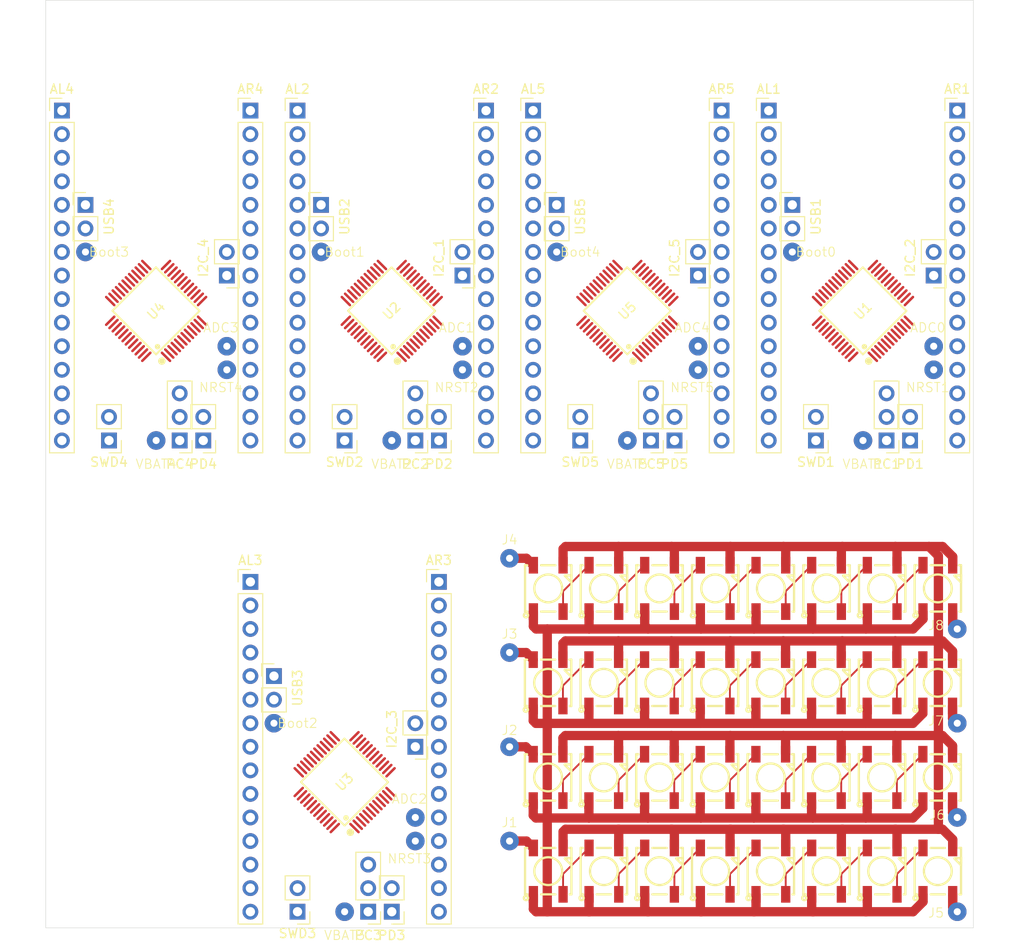
<source format=kicad_pcb>
(kicad_pcb (version 20240108) (generator "pcbnew") (generator_version "8.0")
  (layers (0 "F.Cu" jumper) (31 "B.Cu" signal) (34 "B.Paste" user) (35 "F.Paste" user) (36 "B.SilkS" user "B.Silkscreen") (37 "F.SilkS" user "F.Silkscreen") (38 "B.Mask" user) (39 "F.Mask" user) (44 "Edge.Cuts" user))
  (net 0 "")
  (net 1 "+3.3V")
  (net 2 "/leds3/DO")
  (net 3 "/leds2/DO")
  (net 4 "/leds1/DO")
  (net 5 "/leds0/DO")
  (net 6 "Net-(LED1-DO)")
  (net 7 "GND")
  (net 8 "Net-(LED2-DO)")
  (net 9 "Net-(LED3-DO)")
  (net 10 "Net-(LED4-DO)")
  (net 11 "Net-(LED5-DO)")
  (net 12 "Net-(LED6-DO)")
  (net 13 "Net-(LED7-DO)")
  (net 14 "Net-(LED10-DI)")
  (net 15 "Net-(LED10-DO)")
  (net 16 "Net-(LED11-DO)")
  (net 17 "Net-(LED12-DO)")
  (net 18 "Net-(LED13-DO)")
  (net 19 "Net-(LED14-DO)")
  (net 20 "Net-(LED15-DO)")
  (net 21 "Net-(LED17-DO)")
  (net 22 "Net-(LED18-DO)")
  (net 23 "Net-(LED19-DO)")
  (net 24 "Net-(LED20-DO)")
  (net 25 "Net-(LED21-DO)")
  (net 26 "Net-(LED22-DO)")
  (net 27 "Net-(LED23-DO)")
  (net 28 "Net-(LED25-DO)")
  (net 29 "Net-(LED26-DO)")
  (net 30 "Net-(LED27-DO)")
  (net 31 "Net-(LED28-DO)")
  (net 32 "Net-(LED29-DO)")
  (net 33 "Net-(LED30-DO)")
  (net 34 "Net-(LED31-DO)")
  (net 35 "/leds3/DI")
  (net 36 "/leds2/DI")
  (net 37 "/leds1/DI")
  (net 38 "/leds0/DI")
  (net 39 "Net-(ADC1-Pin_1)")
  (net 40 "Net-(ADC2-Pin_1)")
  (net 41 "Net-(ADC3-Pin_1)")
  (net 42 "Net-(ADC4-Pin_1)")
  (net 43 "/stm32pill/Vin")
  (net 44 "Net-(AL2-Pin_13)")
  (net 45 "Net-(AL2-Pin_11)")
  (net 46 "Net-(AL2-Pin_1)")
  (net 47 "Net-(AL2-Pin_4)")
  (net 48 "Net-(AL2-Pin_3)")
  (net 49 "/stm32pill1/Vin")
  (net 50 "Net-(AL2-Pin_10)")
  (net 51 "Net-(AL2-Pin_9)")
  (net 52 "Net-(AL2-Pin_7)")
  (net 53 "Net-(AL2-Pin_5)")
  (net 54 "Net-(AL2-Pin_8)")
  (net 55 "Net-(AL2-Pin_6)")
  (net 56 "Net-(AL3-Pin_7)")
  (net 57 "Net-(AL3-Pin_9)")
  (net 58 "Net-(AL3-Pin_8)")
  (net 59 "Net-(AL3-Pin_11)")
  (net 60 "Net-(AL3-Pin_13)")
  (net 61 "Net-(AL3-Pin_4)")
  (net 62 "Net-(AL3-Pin_10)")
  (net 63 "Net-(AL3-Pin_1)")
  (net 64 "Net-(AL3-Pin_3)")
  (net 65 "/stm32pill2/Vin")
  (net 66 "Net-(AL3-Pin_5)")
  (net 67 "Net-(AL3-Pin_6)")
  (net 68 "Net-(AL4-Pin_3)")
  (net 69 "Net-(AL4-Pin_7)")
  (net 70 "Net-(AL4-Pin_4)")
  (net 71 "/stm32pill3/Vin")
  (net 72 "Net-(AL4-Pin_6)")
  (net 73 "Net-(AL4-Pin_11)")
  (net 74 "Net-(AL4-Pin_9)")
  (net 75 "Net-(AL4-Pin_5)")
  (net 76 "Net-(AL4-Pin_13)")
  (net 77 "Net-(AL4-Pin_10)")
  (net 78 "Net-(AL4-Pin_8)")
  (net 79 "Net-(AL4-Pin_1)")
  (net 80 "Net-(AL5-Pin_9)")
  (net 81 "/stm32pill4/Vin")
  (net 82 "Net-(AL5-Pin_4)")
  (net 83 "Net-(AL5-Pin_6)")
  (net 84 "Net-(AL5-Pin_11)")
  (net 85 "Net-(AL5-Pin_5)")
  (net 86 "Net-(AL5-Pin_13)")
  (net 87 "Net-(AL5-Pin_1)")
  (net 88 "Net-(AL5-Pin_8)")
  (net 89 "Net-(AL5-Pin_7)")
  (net 90 "Net-(AL5-Pin_3)")
  (net 91 "Net-(AL5-Pin_10)")
  (net 92 "Net-(AR2-Pin_14)")
  (net 93 "Net-(AR2-Pin_8)")
  (net 94 "Net-(AR2-Pin_9)")
  (net 95 "Net-(AR2-Pin_2)")
  (net 96 "Net-(AR2-Pin_1)")
  (net 97 "Net-(AR2-Pin_3)")
  (net 98 "Net-(AR2-Pin_7)")
  (net 99 "Net-(AR2-Pin_5)")
  (net 100 "Net-(AR2-Pin_10)")
  (net 101 "Net-(AR2-Pin_6)")
  (net 102 "Net-(AR2-Pin_15)")
  (net 103 "Net-(AR2-Pin_13)")
  (net 104 "Net-(AR2-Pin_4)")
  (net 105 "Net-(AR2-Pin_11)")
  (net 106 "Net-(AR3-Pin_7)")
  (net 107 "Net-(AR3-Pin_2)")
  (net 108 "Net-(AR3-Pin_4)")
  (net 109 "Net-(AR3-Pin_1)")
  (net 110 "Net-(AR3-Pin_8)")
  (net 111 "Net-(AR3-Pin_5)")
  (net 112 "Net-(AR3-Pin_13)")
  (net 113 "Net-(AR3-Pin_6)")
  (net 114 "Net-(AR3-Pin_10)")
  (net 115 "Net-(AR3-Pin_15)")
  (net 116 "Net-(AR3-Pin_9)")
  (net 117 "Net-(AR3-Pin_14)")
  (net 118 "Net-(AR3-Pin_3)")
  (net 119 "Net-(AR3-Pin_11)")
  (net 120 "Net-(AR4-Pin_9)")
  (net 121 "Net-(AR4-Pin_4)")
  (net 122 "Net-(AR4-Pin_10)")
  (net 123 "Net-(AR4-Pin_14)")
  (net 124 "Net-(AR4-Pin_13)")
  (net 125 "Net-(AR4-Pin_7)")
  (net 126 "Net-(AR4-Pin_5)")
  (net 127 "Net-(AR4-Pin_3)")
  (net 128 "Net-(AR4-Pin_8)")
  (net 129 "Net-(AR4-Pin_15)")
  (net 130 "Net-(AR4-Pin_11)")
  (net 131 "Net-(AR4-Pin_2)")
  (net 132 "Net-(AR4-Pin_1)")
  (net 133 "Net-(AR4-Pin_6)")
  (net 134 "Net-(AR5-Pin_11)")
  (net 135 "Net-(AR5-Pin_9)")
  (net 136 "Net-(AR5-Pin_5)")
  (net 137 "Net-(AR5-Pin_10)")
  (net 138 "Net-(AR5-Pin_14)")
  (net 139 "Net-(AR5-Pin_2)")
  (net 140 "Net-(AR5-Pin_15)")
  (net 141 "Net-(AR5-Pin_4)")
  (net 142 "Net-(AR5-Pin_3)")
  (net 143 "Net-(AR5-Pin_8)")
  (net 144 "Net-(AR5-Pin_1)")
  (net 145 "Net-(AR5-Pin_7)")
  (net 146 "Net-(AR5-Pin_6)")
  (net 147 "Net-(AR5-Pin_13)")
  (net 148 "/stm32pill/Boot0")
  (net 149 "/stm32pill1/Boot0")
  (net 150 "/stm32pill2/Boot0")
  (net 151 "/stm32pill3/Boot0")
  (net 152 "/stm32pill4/Boot0")
  (net 153 "/stm32pill1/SDA")
  (net 154 "/stm32pill1/SCL")
  (net 155 "/stm32pill/SCL")
  (net 156 "/stm32pill/SDA")
  (net 157 "/stm32pill2/SCL")
  (net 158 "/stm32pill2/SDA")
  (net 159 "/stm32pill3/SCL")
  (net 160 "/stm32pill3/SDA")
  (net 161 "/stm32pill4/SCL")
  (net 162 "/stm32pill4/SDA")
  (net 163 "Net-(NRST2-Pin_1)")
  (net 164 "Net-(NRST3-Pin_1)")
  (net 165 "Net-(NRST4-Pin_1)")
  (net 166 "Net-(NRST5-Pin_1)")
  (net 167 "Net-(PC2-Pin_3)")
  (net 168 "Net-(PC2-Pin_1)")
  (net 169 "Net-(PC2-Pin_2)")
  (net 170 "Net-(PC3-Pin_2)")
  (net 171 "Net-(PC3-Pin_1)")
  (net 172 "Net-(PC3-Pin_3)")
  (net 173 "Net-(PC4-Pin_3)")
  (net 174 "Net-(PC4-Pin_1)")
  (net 175 "Net-(PC4-Pin_2)")
  (net 176 "Net-(PC5-Pin_3)")
  (net 177 "Net-(PC5-Pin_1)")
  (net 178 "Net-(PC5-Pin_2)")
  (net 179 "Net-(PD2-Pin_2)")
  (net 180 "Net-(PD2-Pin_1)")
  (net 181 "Net-(PD3-Pin_2)")
  (net 182 "Net-(PD3-Pin_1)")
  (net 183 "Net-(PD4-Pin_2)")
  (net 184 "Net-(PD4-Pin_1)")
  (net 185 "Net-(PD5-Pin_2)")
  (net 186 "Net-(PD5-Pin_1)")
  (net 187 "Net-(SWD2-Pin_1)")
  (net 188 "Net-(SWD2-Pin_2)")
  (net 189 "Net-(SWD3-Pin_1)")
  (net 190 "Net-(SWD3-Pin_2)")
  (net 191 "Net-(SWD4-Pin_1)")
  (net 192 "Net-(SWD4-Pin_2)")
  (net 193 "Net-(SWD5-Pin_2)")
  (net 194 "Net-(SWD5-Pin_1)")
  (net 195 "/stm32pill/USBD-")
  (net 196 "/stm32pill/USBD+")
  (net 197 "/stm32pill1/USBD-")
  (net 198 "/stm32pill1/USBD+")
  (net 199 "Net-(U2-VBAT)")
  (net 200 "/stm32pill2/USBD+")
  (net 201 "Net-(U3-VBAT)")
  (net 202 "/stm32pill2/USBD-")
  (net 203 "/stm32pill3/USBD+")
  (net 204 "Net-(U4-VBAT)")
  (net 205 "/stm32pill3/USBD-")
  (net 206 "Net-(U5-VBAT)")
  (net 207 "/stm32pill4/USBD-")
  (net 208 "/stm32pill4/USBD+")
  (footprint "Connector_PinHeader_2.54mm:PinHeader_1x02_P2.54mm_Vertical" (layer "F.Cu") (at 78.74 119.38 180)
    (property "Reference" "I2C_3")
    (property "Value" "I2C_2")
  )
  (footprint "Connector_PinHeader_2.54mm:PinHeader_1x02_P2.54mm_Vertical" (layer "F.Cu") (at 76.2 137.16 180)
    (property "Reference" "PD3")
    (property "Value" "PD")
  )
  (footprint "jlcpcb:LED-SMD_4P-L5.0-W5.0-TL-1" (layer "F.Cu") (at 105.0675 102.305 90)
    (property "Reference" "LED3" (hide yes))
    (property "Value" "WS2812B")
  )
  (footprint "base:PTH" (layer "F.Cu") (at 137.16 127)
    (property "Reference" "J6")
    (property "Value" "LEDs DO")
  )
  (footprint "Connector_PinHeader_2.54mm:PinHeader_1x15_P2.54mm_Vertical" (layer "F.Cu") (at 111.76 50.8)
    (property "Reference" "AR5")
    (property "Value" "Arduino Right Pins")
  )
  (footprint "jlcpcb:LQFP-48_L7.0-W7.0-P0.50-LS9.0-BL" (layer "F.Cu") (at 50.8 72.39 45)
    (property "Reference" "U4")
    (property "Value" "STM32F103C8T6" (hide yes))
  )
  (footprint "jlcpcb:LED-SMD_4P-L5.0-W5.0-TL-1" (layer "F.Cu") (at 117.0675 132.785 90)
    (property "Reference" "LED29" (hide yes))
    (property "Value" "WS2812B")
  )
  (footprint "Connector_PinHeader_2.54mm:PinHeader_1x02_P2.54mm_Vertical" (layer "F.Cu") (at 71.12 86.36 180)
    (property "Reference" "SWD2")
    (property "Value" "SWD")
  )
  (footprint "base:PTH" (layer "F.Cu") (at 137.16 116.84)
    (property "Reference" "J7")
    (property "Value" "LEDs DO")
  )
  (footprint "base:PTH" (layer "F.Cu") (at 68.58 66.04)
    (property "Reference" "Boot1")
    (property "Value" "Boot0")
  )
  (footprint "base:PTH" (layer "F.Cu") (at 109.22 78.74)
    (property "Reference" "NRST5")
    (property "Value" "NRST")
  )
  (footprint "jlcpcb:LED-SMD_4P-L5.0-W5.0-TL-1" (layer "F.Cu") (at 93.052 122.682 90)
    (property "Reference" "LED17" (hide yes))
    (property "Value" "WS2812B" (hide yes))
  )
  (footprint "jlcpcb:LED-SMD_4P-L5.0-W5.0-TL-1" (layer "F.Cu") (at 123.052 122.682 90)
    (property "Reference" "LED22" (hide yes))
    (property "Value" "WS2812B")
  )
  (footprint "jlcpcb:LED-SMD_4P-L5.0-W5.0-TL-1" (layer "F.Cu") (at 105.052 112.482 90)
    (property "Reference" "LED11" (hide yes))
    (property "Value" "WS2812B")
  )
  (footprint "jlcpcb:LQFP-48_L7.0-W7.0-P0.50-LS9.0-BL" (layer "F.Cu") (at 127 72.39 45)
    (property "Reference" "U1")
    (property "Value" "STM32F103C8T6" (hide yes))
  )
  (footprint "jlcpcb:LED-SMD_4P-L5.0-W5.0-TL-1" (layer "F.Cu") (at 123.0675 102.305 90)
    (property "Reference" "LED6" (hide yes))
    (property "Value" "WS2812B")
  )
  (footprint "base:PTH" (layer "F.Cu") (at 71.12 137.16)
    (property "Reference" "VBAT3")
    (property "Value" "VBAT")
  )
  (footprint "base:PTH" (layer "F.Cu") (at 101.6 86.36)
    (property "Reference" "VBAT5")
    (property "Value" "VBAT")
  )
  (footprint "jlcpcb:LED-SMD_4P-L5.0-W5.0-TL-1" (layer "F.Cu") (at 135.052 112.482 90)
    (property "Reference" "LED16" (hide yes))
    (property "Value" "WS2812B")
  )
  (footprint "Connector_PinHeader_2.54mm:PinHeader_1x03_P2.54mm_Vertical" (layer "F.Cu") (at 104.14 86.36 180)
    (property "Reference" "PC5")
    (property "Value" "PC")
  )
  (footprint "jlcpcb:LED-SMD_4P-L5.0-W5.0-TL-1" (layer "F.Cu") (at 99.0675 102.305 90)
    (property "Reference" "LED2" (hide yes))
    (property "Value" "WS2812B")
  )
  (footprint "base:PTH" (layer "F.Cu") (at 93.98 66.04)
    (property "Reference" "Boot4")
    (property "Value" "Boot0")
  )
  (footprint "Connector_PinHeader_2.54mm:PinHeader_1x02_P2.54mm_Vertical" (layer "F.Cu") (at 45.72 86.36 180)
    (property "Reference" "SWD4")
    (property "Value" "SWD")
  )
  (footprint "Connector_PinHeader_2.54mm:PinHeader_1x15_P2.54mm_Vertical" (layer "F.Cu") (at 60.96 50.8)
    (property "Reference" "AR4")
    (property "Value" "Arduino Right Pins")
  )
  (footprint "jlcpcb:LED-SMD_4P-L5.0-W5.0-TL-1" (layer "F.Cu") (at 99.052 112.482 90)
    (property "Reference" "LED10" (hide yes))
    (property "Value" "WS2812B")
  )
  (footprint "Connector_PinHeader_2.54mm:PinHeader_1x02_P2.54mm_Vertical" (layer "F.Cu") (at 96.52 86.36 180)
    (property "Reference" "SWD5")
    (property "Value" "SWD")
  )
  (footprint "base:PTH" (layer "F.Cu") (at 109.22 76.2)
    (property "Reference" "ADC4")
    (property "Value" "ADC0")
  )
  (footprint "jlcpcb:LQFP-48_L7.0-W7.0-P0.50-LS9.0-BL" (layer "F.Cu") (at 71.12 123.19 45)
    (property "Reference" "U3")
    (property "Value" "STM32F103C8T6" (hide yes))
  )
  (footprint "jlcpcb:LED-SMD_4P-L5.0-W5.0-TL-1" (layer "F.Cu") (at 129.0675 132.785 90)
    (property "Reference" "LED31" (hide yes))
    (property "Value" "WS2812B")
  )
  (footprint "Connector_PinHeader_2.54mm:PinHeader_1x02_P2.54mm_Vertical" (layer "F.Cu") (at 93.98 60.96)
    (property "Reference" "USB5")
    (property "Value" "USB")
  )
  (footprint "jlcpcb:LED-SMD_4P-L5.0-W5.0-TL-1" (layer "F.Cu") (at 135.052 122.682 90)
    (property "Reference" "LED24" (hide yes))
    (property "Value" "WS2812B")
  )
  (footprint "jlcpcb:LED-SMD_4P-L5.0-W5.0-TL-1" (layer "F.Cu") (at 93.052 112.482 90)
    (property "Reference" "LED9" (hide yes))
    (property "Value" "WS2812B")
  )
  (footprint "Connector_PinHeader_2.54mm:PinHeader_1x15_P2.54mm_Vertical" (layer "F.Cu") (at 137.16 50.8)
    (property "Reference" "AR1")
    (property "Value" "Arduino Right Pins")
  )
  (footprint "base:PTH" (layer "F.Cu") (at 43.18 66.04)
    (property "Reference" "Boot3")
    (property "Value" "Boot0")
  )
  (footprint "base:PTH" (layer "F.Cu") (at 63.5 116.84)
    (property "Reference" "Boot2")
    (property "Value" "Boot0")
  )
  (footprint "jlcpcb:LED-SMD_4P-L5.0-W5.0-TL-1" (layer "F.Cu") (at 117.052 112.482 90)
    (property "Reference" "LED13" (hide yes))
    (property "Value" "WS2812B")
  )
  (footprint "base:PTH" (layer "F.Cu") (at 134.62 76.2)
    (property "Reference" "ADC0")
    (property "Value" "ADC0")
  )
  (footprint "Connector_PinHeader_2.54mm:PinHeader_1x02_P2.54mm_Vertical" (layer "F.Cu") (at 66.04 137.16 180)
    (property "Reference" "SWD3")
    (property "Value" "SWD")
  )
  (footprint "base:PTH" (layer "F.Cu") (at 88.9 119.38)
    (property "Reference" "J2")
    (property "Value" "LEDs DI")
  )
  (footprint "Connector_PinHeader_2.54mm:PinHeader_1x02_P2.54mm_Vertical" (layer "F.Cu") (at 43.18 60.96)
    (property "Reference" "USB4")
    (property "Value" "USB")
  )
  (footprint "base:PTH" (layer "F.Cu") (at 78.74 129.54)
    (property "Reference" "NRST3")
    (property "Value" "NRST")
  )
  (footprint "Connector_PinHeader_2.54mm:PinHeader_1x02_P2.54mm_Vertical" (layer "F.Cu") (at 106.68 86.36 180)
    (property "Reference" "PD5")
    (property "Value" "PD")
  )
  (footprint "Connector_PinHeader_2.54mm:PinHeader_1x15_P2.54mm_Vertical" (layer "F.Cu") (at 116.84 50.8)
    (property "Reference" "AL1")
    (property "Value" "Arduino Left Pins")
  )
  (footprint "Connector_PinHeader_2.54mm:PinHeader_1x02_P2.54mm_Vertical" (layer "F.Cu") (at 83.82 68.58 180)
    (property "Reference" "I2C_1")
    (property "Value" "I2C_2")
  )
  (footprint "base:PTH" (layer "F.Cu") (at 88.9 109.22)
    (property "Reference" "J3")
    (property "Value" "LEDs DI")
  )
  (footprint "Connector_PinHeader_2.54mm:PinHeader_1x02_P2.54mm_Vertical" (layer "F.Cu") (at 58.42 68.58 180)
    (property "Reference" "I2C_4")
    (property "Value" "I2C_2")
  )
  (footprint "jlcpcb:LED-SMD_4P-L5.0-W5.0-TL-1" (layer "F.Cu") (at 111.052 122.682 90)
    (property "Reference" "LED20" (hide yes))
    (property "Value" "WS2812B")
  )
  (footprint "base:PTH" (layer "F.Cu") (at 58.42 76.2)
    (property "Reference" "ADC3")
    (property "Value" "ADC0")
  )
  (footprint "jlcpcb:LED-SMD_4P-L5.0-W5.0-TL-1" (layer "F.Cu") (at 135.0675 132.785 90)
    (property "Reference" "LED32" (hide yes))
    (property "Value" "WS2812B")
  )
  (footprint "Connector_PinHeader_2.54mm:PinHeader_1x03_P2.54mm_Vertical" (layer "F.Cu") (at 73.66 137.16 180)
    (property "Reference" "PC3")
    (property "Value" "PC")
  )
  (footprint "jlcpcb:LED-SMD_4P-L5.0-W5.0-TL-1" (layer "F.Cu") (at 129.052 122.682 90)
    (property "Reference" "LED23" (hide yes))
    (property "Value" "WS2812B")
  )
  (footprint "Connector_PinHeader_2.54mm:PinHeader_1x02_P2.54mm_Vertical" (layer "F.Cu") (at 121.92 86.36 180)
    (property "Reference" "SWD1")
    (property "Value" "SWD")
  )
  (footprint "base:PTH" (layer "F.Cu") (at 58.42 78.74)
    (property "Reference" "NRST4")
    (property "Value" "NRST")
  )
  (footprint "Connector_PinHeader_2.54mm:PinHeader_1x02_P2.54mm_Vertical" (layer "F.Cu") (at 68.58 60.96)
    (property "Reference" "USB2")
    (property "Value" "USB")
  )
  (footprint "Connector_PinHeader_2.54mm:PinHeader_1x02_P2.54mm_Vertical" (layer "F.Cu") (at 81.28 86.36 180)
    (property "Reference" "PD2")
    (property "Value" "PD")
  )
  (footprint "base:PTH" (layer "F.Cu") (at 50.8 86.36)
    (property "Reference" "VBAT4")
    (property "Value" "VBAT")
  )
  (footprint "Connector_PinHeader_2.54mm:PinHeader_1x02_P2.54mm_Vertical" (layer "F.Cu") (at 132.08 86.36 180)
    (property "Reference" "PD1")
    (property "Value" "PD")
  )
  (footprint "jlcpcb:LED-SMD_4P-L5.0-W5.0-TL-1" (layer "F.Cu") (at 93.0675 102.305 90)
    (property "Reference" "LED1" (hide yes))
    (property "Value" "WS2812B")
  )
  (footprint "jlcpcb:LED-SMD_4P-L5.0-W5.0-TL-1" (layer "F.Cu") (at 129.052 112.482 90)
    (property "Reference" "LED15" (hide yes))
    (property "Value" "WS2812B" (hide yes))
  )
  (footprint "Connector_PinHeader_2.54mm:PinHeader_1x02_P2.54mm_Vertical" (layer "F.Cu") (at 63.5 111.76)
    (property "Reference" "USB3")
    (property "Value" "USB")
  )
  (footprint "jlcpcb:LED-SMD_4P-L5.0-W5.0-TL-1" (layer "F.Cu") (at 123.0675 132.785 90)
    (property "Reference" "LED30" (hide yes))
    (property "Value" "WS2812B")
  )
  (footprint "jlcpcb:LED-SMD_4P-L5.0-W5.0-TL-1" (layer "F.Cu") (at 105.052 122.682 90)
    (property "Reference" "LED19" (hide yes))
    (property "Value" "WS2812B")
  )
  (footprint "jlcpcb:LED-SMD_4P-L5.0-W5.0-TL-1" (layer "F.Cu") (at 135.0675 102.305 90)
    (property "Reference" "LED8" (hide yes))
    (property "Value" "WS2812B")
  )
  (footprint "Connector_PinHeader_2.54mm:PinHeader_1x15_P2.54mm_Vertical" (layer "F.Cu") (at 81.28 101.6)
    (property "Reference" "AR3")
    (property "Value" "Arduino Right Pins")
  )
  (footprint "jlcpcb:LED-SMD_4P-L5.0-W5.0-TL-1" (layer "F.Cu") (at 99.0675 132.785 90)
    (property "Reference" "LED26" (hide yes))
    (property "Value" "WS2812B")
  )
  (footprint "base:PTH" (layer "F.Cu") (at 76.2 86.36)
    (property "Reference" "VBAT2")
    (property "Value" "VBAT")
  )
  (footprint "jlcpcb:LED-SMD_4P-L5.0-W5.0-TL-1" (layer "F.Cu") (at 117.052 122.682 90)
    (property "Reference" "LED21" (hide yes))
    (property "Value" "WS2812B")
  )
  (footprint "Connector_PinHeader_2.54mm:PinHeader_1x03_P2.54mm_Vertical" (layer "F.Cu") (at 129.54 86.36 180)
    (property "Reference" "PC1")
    (property "Value" "PC")
  )
  (footprint "base:PTH" (layer "F.Cu") (at 83.82 78.74)
    (property "Reference" "NRST2")
    (property "Value" "NRST")
  )
  (footprint "base:PTH" (layer "F.Cu") (at 137.16 106.68)
    (property "Reference" "J8")
    (property "Value" "LEDs DO")
  )
  (footprint "jlcpcb:LED-SMD_4P-L5.0-W5.0-TL-1" (layer "F.Cu") (at 111.0675 132.785 90)
    (property "Reference" "LED28" (hide yes))
    (property "Value" "WS2812B")
  )
  (footprint "base:PTH" (layer "F.Cu") (at 88.9 99.06)
    (property "Reference" "J4")
    (property "Value" "LEDs DI")
  )
  (footprint "jlcpcb:LED-SMD_4P-L5.0-W5.0-TL-1" (layer "F.Cu") (at 111.052 112.482 90)
    (property "Reference" "LED12" (hide yes))
    (property "Value" "WS2812B")
  )
  (footprint "base:PTH" (layer "F.Cu") (at 137.16 137.16)
    (property "Reference" "J5")
    (property "Value" "LEDs DO")
  )
  (footprint "Connector_PinHeader_2.54mm:PinHeader_1x15_P2.54mm_Vertical" (layer "F.Cu") (at 60.96 101.6)
    (property "Reference" "AL3")
    (property "Value" "Arduino Left Pins")
  )
  (footprint "jlcpcb:LED-SMD_4P-L5.0-W5.0-TL-1" (layer "F.Cu") (at 129.0675 102.305 90)
    (property "Reference" "LED7" (hide yes))
    (property "Value" "WS2812B")
  )
  (footprint "base:PTH" (layer "F.Cu") (at 83.82 76.2)
    (property "Reference" "ADC1")
    (property "Value" "ADC0")
  )
  (footprint "Connector_PinHeader_2.54mm:PinHeader_1x15_P2.54mm_Vertical" (layer "F.Cu") (at 86.36 50.8)
    (property "Reference" "AR2")
    (property "Value" "Arduino Right Pins")
  )
  (footprint "jlcpcb:LED-SMD_4P-L5.0-W5.0-TL-1" (layer "F.Cu") (at 99.052 122.682 90)
    (property "Reference" "LED18" (hide yes))
    (property "Value" "WS2812B")
  )
  (footprint "jlcpcb:LQFP-48_L7.0-W7.0-P0.50-LS9.0-BL" (layer "F.Cu") (at 76.2 72.39 45)
    (property "Reference" "U2")
    (property "Value" "STM32F103C8T6" (hide yes))
  )
  (footprint "base:PTH" (layer "F.Cu") (at 134.62 78.74)
    (property "Reference" "NRST1")
    (property "Value" "NRST")
  )
  (footprint "base:PTH" (layer "F.Cu") (at 119.38 66.04)
    (property "Reference" "Boot0")
    (property "Value" "Boot0")
  )
  (footprint "jlcpcb:LED-SMD_4P-L5.0-W5.0-TL-1" (layer "F.Cu") (at 105.0675 132.785 90)
    (property "Reference" "LED27" (hide yes))
    (property "Value" "WS2812B")
  )
  (footprint "Connector_PinHeader_2.54mm:PinHeader_1x02_P2.54mm_Vertical" (layer "F.Cu") (at 55.88 86.36 180)
    (property "Reference" "PD4")
    (property "Value" "PD")
  )
  (footprint "base:PTH" (layer "F.Cu") (at 127 86.36)
    (property "Reference" "VBAT1")
    (property "Value" "VBAT")
  )
  (footprint "Connector_PinHeader_2.54mm:PinHeader_1x15_P2.54mm_Vertical" (layer "F.Cu") (at 66.04 50.8)
    (property "Reference" "AL2")
    (property "Value" "Arduino Left Pins")
  )
  (footprint "jlcpcb:LED-SMD_4P-L5.0-W5.0-TL-1" (layer "F.Cu") (at 117.0675 102.305 90)
    (property "Reference" "LED5" (hide yes))
    (property "Value" "WS2812B")
  )
  (footprint "Connector_PinHeader_2.54mm:PinHeader_1x03_P2.54mm_Vertical" (layer "F.Cu") (at 53.34 86.36 180)
    (property "Reference" "PC4")
    (property "Value" "PC")
  )
  (footprint "Connector_PinHeader_2.54mm:PinHeader_1x02_P2.54mm_Vertical" (layer "F.Cu") (at 119.38 60.96)
    (property "Reference" "USB1")
    (property "Value" "USB")
  )
  (footprint "Connector_PinHeader_2.54mm:PinHeader_1x15_P2.54mm_Vertical" (layer "F.Cu") (at 91.44 50.8)
    (property "Reference" "AL5")
    (property "Value" "Arduino Left Pins")
  )
  (footprint "base:PTH" (layer "F.Cu") (at 88.9 129.54)
    (property "Reference" "J1")
    (property "Value" "LEDs DI")
  )
  (footprint "Connector_PinHeader_2.54mm:PinHeader_1x03_P2.54mm_Vertical" (layer "F.Cu") (at 78.74 86.36 180)
    (property "Reference" "PC2")
    (property "Value" "PC")
  )
  (footprint "Connector_PinHeader_2.54mm:PinHeader_1x02_P2.54mm_Vertical" (layer "F.Cu") (at 109.22 68.58 180)
    (property "Reference" "I2C_5")
    (property "Value" "I2C_2")
  )
  (footprint "jlcpcb:LED-SMD_4P-L5.0-W5.0-TL-1" (layer "F.Cu") (at 93.0675 132.785 90)
    (property "Reference" "LED25" (hide yes))
    (property "Value" "WS2812B")
  )
  (footprint "Connector_PinHeader_2.54mm:PinHeader_1x02_P2.54mm_Vertical" (layer "F.Cu") (at 134.62 68.58 180)
    (property "Reference" "I2C_2")
    (property "Value" "I2C_2")
  )
  (footprint "jlcpcb:LED-SMD_4P-L5.0-W5.0-TL-1" (layer "F.Cu") (at 111.0675 102.305 90)
    (property "Reference" "LED4" (hide yes))
    (property "Value" "WS2812B")
  )
  (footprint "jlcpcb:LED-SMD_4P-L5.0-W5.0-TL-1" (layer "F.Cu") (at 123.052 112.482 90)
    (property "Reference" "LED14" (hide yes))
    (property "Value" "WS2812B")
  )
  (footprint "jlcpcb:LQFP-48_L7.0-W7.0-P0.50-LS9.0-BL" (layer "F.Cu") (at 101.6 72.39 45)
    (property "Reference" "U5")
    (property "Value" "STM32F103C8T6" (hide yes))
  )
  (footprint "Connector_PinHeader_2.54mm:PinHeader_1x15_P2.54mm_Vertical" (layer "F.Cu") (at 40.64 50.8)
    (property "Reference" "AL4")
    (property "Value" "Arduino Left Pins")
  )
  (footprint "base:PTH" (layer "F.Cu") (at 78.74 127)
    (property "Reference" "ADC2")
    (property "Value" "ADC0")
  )
  (gr_rect (start 38.9 38.9) (end 138.9 138.9) (stroke (width 0.05)) (fill none) (layer "Edge.Cuts"))
  (segment (start 103.452 116.502) (end 103.807 116.857) (width 1) (layer "F.Cu") (net 1))
  (segment (start 103.452 114.982) (end 103.452 116.502) (width 1) (layer "F.Cu") (net 1))
  (segment (start 121.6025 137.16) (end 115.2525 137.16) (width 1) (layer "F.Cu") (net 1))
  (segment (start 97.457 116.857) (end 91.742 116.857) (width 1) (layer "F.Cu") (net 1))
  (segment (start 115.452 126.842) (end 115.237 127.057) (width 1) (layer "F.Cu") (net 1))
  (segment (start 133.4675 105.61) (end 132.3975 106.68) (width 1) (layer "F.Cu") (net 1))
  (segment (start 115.2525 137.16) (end 109.5375 137.16) (width 1) (layer "F.Cu") (net 1))
  (segment (start 97.452 125.182) (end 97.452 127.052) (width 1) (layer "F.Cu") (net 1))
  (segment (start 127.4675 104.805) (end 127.4675 106.53) (width 1) (layer "F.Cu") (net 1))
  (segment (start 103.807 127.057) (end 97.457 127.057) (width 1) (layer "F.Cu") (net 1))
  (segment (start 91.452 116.567) (end 91.452 114.982) (width 1) (layer "F.Cu") (net 1))
  (segment (start 132.3975 137.16) (end 127.3175 137.16) (width 1) (layer "F.Cu") (net 1))
  (segment (start 91.452 126.767) (end 91.452 125.182) (width 1) (layer "F.Cu") (net 1))
  (segment (start 127.4675 137.01) (end 127.3175 137.16) (width 1) (layer "F.Cu") (net 1))
  (segment (start 91.7575 106.68) (end 91.4675 106.39) (width 1) (layer "F.Cu") (net 1))
  (segment (start 103.4675 104.805) (end 103.4675 106.325) (width 1) (layer "F.Cu") (net 1))
  (segment (start 109.4675 137.09) (end 109.5375 137.16) (width 1) (layer "F.Cu") (net 1))
  (segment (start 97.4725 137.16) (end 92.964 137.16) (width 1) (layer "F.Cu") (net 1))
  (segment (start 133.4675 104.805) (end 133.4675 105.61) (width 1) (layer "F.Cu") (net 1))
  (segment (start 97.452 127.052) (end 97.457 127.057) (width 1) (layer "F.Cu") (net 1))
  (segment (start 115.2525 106.68) (end 109.5375 106.68) (width 1) (layer "F.Cu") (net 1))
  (segment (start 127.452 126.907) (end 127.302 127.057) (width 1) (layer "F.Cu") (net 1))
  (segment (start 91.4675 106.39) (end 91.4675 104.805) (width 1) (layer "F.Cu") (net 1))
  (segment (start 121.452 125.182) (end 121.452 126.922) (width 1) (layer "F.Cu") (net 1))
  (segment (start 91.4675 136.87) (end 91.4675 135.285) (width 1) (layer "F.Cu") (net 1))
  (segment (start 97.4675 137.155) (end 97.4725 137.16) (width 1) (layer "F.Cu") (net 1))
  (segment (start 127.3175 106.68) (end 121.6025 106.68) (width 1) (layer "F.Cu") (net 1))
  (segment (start 109.452 126.987) (end 109.522 127.057) (width 1) (layer "F.Cu") (net 1))
  (segment (start 103.807 116.857) (end 97.457 116.857) (width 1) (layer "F.Cu") (net 1))
  (segment (start 133.4675 136.09) (end 132.3975 137.16) (width 1) (layer "F.Cu") (net 1))
  (segment (start 92.964 106.68) (end 92.964 137.16) (width 1) (layer "F.Cu") (net 1))
  (segment (start 109.5375 137.16) (end 103.8225 137.16) (width 1) (layer "F.Cu") (net 1))
  (segment (start 103.8225 137.16) (end 97.4725 137.16) (width 1) (layer "F.Cu") (net 1))
  (segment (start 127.302 127.057) (end 121.587 127.057) (width 1) (layer "F.Cu") (net 1))
  (segment (start 127.3175 137.16) (end 121.6025 137.16) (width 1) (layer "F.Cu") (net 1))
  (segment (start 133.452 114.982) (end 133.452 115.787) (width 1) (layer "F.Cu") (net 1))
  (segment (start 127.452 116.707) (end 127.302 116.857) (width 1) (layer "F.Cu") (net 1))
  (segment (start 91.7575 137.16) (end 91.4675 136.87) (width 1) (layer "F.Cu") (net 1))
  (segment (start 121.452 126.922) (end 121.587 127.057) (width 1) (layer "F.Cu") (net 1))
  (segment (start 103.4675 136.805) (end 103.8225 137.16) (width 1) (layer "F.Cu") (net 1))
  (segment (start 121.587 116.857) (end 115.237 116.857) (width 1) (layer "F.Cu") (net 1))
  (segment (start 132.3975 106.68) (end 127.3175 106.68) (width 1) (layer "F.Cu") (net 1))
  (segment (start 91.742 116.857) (end 91.452 116.567) (width 1) (layer "F.Cu") (net 1))
  (segment (start 127.4675 135.285) (end 127.4675 137.01) (width 1) (layer "F.Cu") (net 1))
  (segment (start 92.964 106.68) (end 91.7575 106.68) (width 1) (layer "F.Cu") (net 1))
  (segment (start 97.452 114.982) (end 97.452 116.852) (width 1) (layer "F.Cu") (net 1))
  (segment (start 97.452 116.852) (end 97.457 116.857) (width 1) (layer "F.Cu") (net 1))
  (segment (start 97.457 127.057) (end 91.742 127.057) (width 1) (layer "F.Cu") (net 1))
  (segment (start 115.237 116.857) (end 109.522 116.857) (width 1) (layer "F.Cu") (net 1))
  (segment (start 109.4675 135.285) (end 109.4675 137.09) (width 1) (layer "F.Cu") (net 1))
  (segment (start 133.452 125.182) (end 133.452 125.987) (width 1) (layer "F.Cu") (net 1))
  (segment (start 97.4675 106.675) (end 97.4725 106.68) (width 1) (layer "F.Cu") (net 1))
  (segment (start 115.4675 106.465) (end 115.2525 106.68) (width 1) (layer "F.Cu") (net 1))
  (segment (start 121.4675 104.805) (end 121.4675 106.545) (width 1) (layer "F.Cu") (net 1))
  (segment (start 115.452 116.642) (end 115.237 116.857) (width 1) (layer "F.Cu") (net 1))
  (segment (start 109.4675 104.805) (end 109.4675 106.61) (width 1) (layer "F.Cu") (net 1))
  (segment (start 133.452 125.987) (end 132.382 127.057) (width 1) (layer "F.Cu") (net 1))
  (segment (start 103.8225 106.68) (end 97.4725 106.68) (width 1) (layer "F.Cu") (net 1))
  (segment (start 132.382 116.857) (end 127.302 116.857) (width 1) (layer "F.Cu") (net 1))
  (segment (start 121.4675 135.285) (end 121.4675 137.025) (width 1) (layer "F.Cu") (net 1))
  (segment (start 103.452 125.182) (end 103.452 126.702) (width 1) (layer "F.Cu") (net 1))
  (segment (start 121.587 127.057) (end 115.237 127.057) (width 1) (layer "F.Cu") (net 1))
  (segment (start 127.302 116.857) (end 121.587 116.857) (width 1) (layer "F.Cu") (net 1))
  (segment (start 91.742 127.057) (end 91.452 126.767) (width 1) (layer "F.Cu") (net 1))
  (segment (start 127.4675 106.53) (end 127.3175 106.68) (width 1) (layer "F.Cu") (net 1))
  (segment (start 109.4675 106.61) (end 109.5375 106.68) (width 1) (layer "F.Cu") (net 1))
  (segment (start 103.452 126.702) (end 103.807 127.057) (width 1) (layer "F.Cu") (net 1))
  (segment (start 133.4675 135.285) (end 133.4675 136.09) (width 1) (layer "F.Cu") (net 1))
  (segment (start 121.4675 106.545) (end 121.6025 106.68) (width 1) (layer "F.Cu") (net 1))
  (segment (start 115.4675 136.945) (end 115.2525 137.16) (width 1) (layer "F.Cu") (net 1))
  (segment (start 115.237 127.057) (end 109.522 127.057) (width 1) (layer "F.Cu") (net 1))
  (segment (start 92.964 137.16) (end 91.7575 137.16) (width 1) (layer "F.Cu") (net 1))
  (segment (start 121.452 116.722) (end 121.587 116.857) (width 1) (layer "F.Cu") (net 1))
  (segment (start 127.452 125.182) (end 127.452 126.907) (width 1) (layer "F.Cu") (net 1))
  (segment (start 115.4675 104.805) (end 115.4675 106.465) (width 1) (layer "F.Cu") (net 1))
  (segment (start 115.452 125.182) (end 115.452 126.842) (width 1) (layer "F.Cu") (net 1))
  (segment (start 109.522 116.857) (end 103.807 116.857) (width 1) (layer "F.Cu") (net 1))
  (segment (start 109.452 125.182) (end 109.452 126.987) (width 1) (layer "F.Cu") (net 1))
  (segment (start 97.4675 104.805) (end 97.4675 106.675) (width 1) (layer "F.Cu") (net 1))
  (segment (start 133.452 115.787) (end 132.382 116.857) (width 1) (layer "F.Cu") (net 1))
  (segment (start 115.452 114.982) (end 115.452 116.642) (width 1) (layer "F.Cu") (net 1))
  (segment (start 109.452 114.982) (end 109.452 116.787) (width 1) (layer "F.Cu") (net 1))
  (segment (start 132.382 127.057) (end 127.302 127.057) (width 1) (layer "F.Cu") (net 1))
  (segment (start 103.4675 106.325) (end 103.8225 106.68) (width 1) (layer "F.Cu") (net 1))
  (segment (start 109.5375 106.68) (end 103.8225 106.68) (width 1) (layer "F.Cu") (net 1))
  (segment (start 121.4675 137.025) (end 121.6025 137.16) (width 1) (layer "F.Cu") (net 1))
  (segment (start 121.6025 106.68) (end 115.2525 106.68) (width 1) (layer "F.Cu") (net 1))
  (segment (start 115.4675 135.285) (end 115.4675 136.945) (width 1) (layer "F.Cu") (net 1))
  (segment (start 97.4675 135.285) (end 97.4675 137.155) (width 1) (layer "F.Cu") (net 1))
  (segment (start 121.452 114.982) (end 121.452 116.722) (width 1) (layer "F.Cu") (net 1))
  (segment (start 109.522 127.057) (end 103.807 127.057) (width 1) (layer "F.Cu") (net 1))
  (segment (start 127.452 114.982) (end 127.452 116.707) (width 1) (layer "F.Cu") (net 1))
  (segment (start 97.4725 106.68) (end 92.964 106.68) (width 1) (layer "F.Cu") (net 1))
  (segment (start 103.4675 135.285) (end 103.4675 136.805) (width 1) (layer "F.Cu") (net 1))
  (segment (start 109.452 116.787) (end 109.522 116.857) (width 1) (layer "F.Cu") (net 1))
  (segment (start 136.6675 136.6675) (end 137.16 137.16) (width 1) (layer "F.Cu") (net 2))
  (segment (start 136.6675 135.285) (end 136.6675 136.6675) (width 1) (layer "F.Cu") (net 2))
  (segment (start 136.652 125.182) (end 136.652 126.492) (width 1) (layer "F.Cu") (net 3))
  (segment (start 136.652 126.492) (end 137.16 127) (width 1) (layer "F.Cu") (net 3))
  (segment (start 136.652 114.982) (end 136.652 116.332) (width 1) (layer "F.Cu") (net 4))
  (segment (start 136.652 116.332) (end 137.16 116.84) (width 1) (layer "F.Cu") (net 4))
  (segment (start 136.6675 106.1875) (end 137.16 106.68) (width 1) (layer "F.Cu") (net 5))
  (segment (start 136.6675 104.805) (end 136.6675 106.1875) (width 1) (layer "F.Cu") (net 5))
  (segment (start 94.6675 102.605) (end 97.4675 99.805) (width 0.2) (layer "F.Cu") (net 6))
  (segment (start 94.6675 104.805) (end 94.6675 102.605) (width 0.2) (layer "F.Cu") (net 6))
  (segment (start 124.652 118.277) (end 124.762 118.167) (width 1) (layer "F.Cu") (net 7))
  (segment (start 94.917 118.167) (end 100.632 118.167) (width 1) (layer "F.Cu") (net 7))
  (segment (start 94.652 118.432) (end 94.917 118.167) (width 1) (layer "F.Cu") (net 7))
  (segment (start 135.128 128.27) (end 135.5725 128.27) (width 1) (layer "F.Cu") (net 7))
  (segment (start 112.6675 97.835) (end 112.7125 97.79) (width 1) (layer "F.Cu") (net 7))
  (segment (start 124.6675 99.805) (end 124.6675 97.9) (width 1) (layer "F.Cu") (net 7))
  (segment (start 130.4925 97.79) (end 134.112 97.79) (width 1) (layer "F.Cu") (net 7))
  (segment (start 130.652 118.342) (end 130.477 118.167) (width 1) (layer "F.Cu") (net 7))
  (segment (start 112.652 118.212) (end 112.697 118.167) (width 1) (layer "F.Cu") (net 7))
  (segment (start 94.9325 97.79) (end 100.6475 97.79) (width 1) (layer "F.Cu") (net 7))
  (segment (start 106.3625 97.79) (end 112.7125 97.79) (width 1) (layer "F.Cu") (net 7))
  (segment (start 94.6675 128.535) (end 94.9325 128.27) (width 1) (layer "F.Cu") (net 7))
  (segment (start 124.652 120.182) (end 124.652 118.277) (width 1) (layer "F.Cu") (net 7))
  (segment (start 136.6675 129.365) (end 136.6675 130.285) (width 1) (layer "F.Cu") (net 7))
  (segment (start 106.3625 128.27) (end 112.7125 128.27) (width 1) (layer "F.Cu") (net 7))
  (segment (start 112.7125 128.27) (end 118.4275 128.27) (width 1) (layer "F.Cu") (net 7))
  (segment (start 130.652 109.982) (end 130.652 108.142) (width 1) (layer "F.Cu") (net 7))
  (segment (start 106.6675 98.095) (end 106.3625 97.79) (width 1) (layer "F.Cu") (net 7))
  (segment (start 112.6675 128.315) (end 112.7125 128.27) (width 1) (layer "F.Cu") (net 7))
  (segment (start 135.5725 128.27) (end 136.6675 129.365) (width 1) (layer "F.Cu") (net 7))
  (segment (start 106.652 109.982) (end 106.652 108.272) (width 1) (layer "F.Cu") (net 7))
  (segment (start 106.347 107.967) (end 112.697 107.967) (width 1) (layer "F.Cu") (net 7))
  (segment (start 124.652 109.982) (end 124.652 108.077) (width 1) (layer "F.Cu") (net 7))
  (segment (start 94.6675 130.285) (end 94.6675 128.535) (width 1) (layer "F.Cu") (net 7))
  (segment (start 112.652 120.182) (end 112.652 118.212) (width 1) (layer "F.Cu") (net 7))
  (segment (start 106.652 108.272) (end 106.347 107.967) (width 1) (layer "F.Cu") (net 7))
  (segment (start 94.652 108.232) (end 94.917 107.967) (width 1) (layer "F.Cu") (net 7))
  (segment (start 100.652 107.987) (end 100.632 107.967) (width 1) (layer "F.Cu") (net 7))
  (segment (start 100.652 120.182) (end 100.652 118.187) (width 1) (layer "F.Cu") (net 7))
  (segment (start 100.6475 97.79) (end 106.3625 97.79) (width 1) (layer "F.Cu") (net 7))
  (segment (start 106.6675 128.575) (end 106.3625 128.27) (width 1) (layer "F.Cu") (net 7))
  (segment (start 118.6675 130.285) (end 118.6675 128.51) (width 1) (layer "F.Cu") (net 7))
  (segment (start 106.652 118.472) (end 106.347 118.167) (width 1) (layer "F.Cu") (net 7))
  (segment (start 130.6675 97.965) (end 130.4925 97.79) (width 1) (layer "F.Cu") (net 7))
  (segment (start 130.6675 128.445) (end 130.4925 128.27) (width 1) (layer "F.Cu") (net 7))
  (segment (start 118.6675 128.51) (end 118.4275 128.27) (width 1) (layer "F.Cu") (net 7))
  (segment (start 124.6675 128.38) (end 124.7775 128.27) (width 1) (layer "F.Cu") (net 7))
  (segment (start 112.697 107.967) (end 118.412 107.967) (width 1) (layer "F.Cu") (net 7))
  (segment (start 130.4925 128.27) (end 135.128 128.27) (width 1) (layer "F.Cu") (net 7))
  (segment (start 130.652 108.142) (end 130.477 107.967) (width 1) (layer "F.Cu") (net 7))
  (segment (start 94.9325 128.27) (end 100.6475 128.27) (width 1) (layer "F.Cu") (net 7))
  (segment (start 135.557 118.167) (end 136.652 119.262) (width 1) (layer "F.Cu") (net 7))
  (segment (start 106.347 118.167) (end 112.697 118.167) (width 1) (layer "F.Cu") (net 7))
  (segment (start 100.652 109.982) (end 100.652 107.987) (width 1) (layer "F.Cu") (net 7))
  (segment (start 136.652 119.262) (end 136.652 120.182) (width 1) (layer "F.Cu") (net 7))
  (segment (start 100.6675 130.285) (end 100.6675 128.29) (width 1) (layer "F.Cu") (net 7))
  (segment (start 118.412 118.167) (end 124.762 118.167) (width 1) (layer "F.Cu") (net 7))
  (segment (start 124.6675 130.285) (end 124.6675 128.38) (width 1) (layer "F.Cu") (net 7))
  (segment (start 124.762 118.167) (end 130.477 118.167) (width 1) (layer "F.Cu") (net 7))
  (segment (start 112.697 118.167) (end 118.412 118.167) (width 1) (layer "F.Cu") (net 7))
  (segment (start 100.6475 128.27) (end 106.3625 128.27) (width 1) (layer "F.Cu") (net 7))
  (segment (start 124.7775 97.79) (end 130.4925 97.79) (width 1) (layer "F.Cu") (net 7))
  (segment (start 130.6675 130.285) (end 130.6675 128.445) (width 1) (layer "F.Cu") (net 7))
  (segment (start 124.6675 97.9) (end 124.7775 97.79) (width 1) (layer "F.Cu") (net 7))
  (segment (start 134.112 97.79) (end 135.5725 97.79) (width 1) (layer "F.Cu") (net 7))
  (segment (start 100.6675 128.29) (end 100.6475 128.27) (width 1) (layer "F.Cu") (net 7))
  (segment (start 112.6675 99.805) (end 112.6675 97.835) (width 1) (layer "F.Cu") (net 7))
  (segment (start 106.6675 99.805) (end 106.6675 98.095) (width 1) (layer "F.Cu") (net 7))
  (segment (start 94.6675 99.805) (end 94.6675 98.055) (width 1) (layer "F.Cu") (net 7))
  (segment (start 118.412 107.967) (end 124.762 107.967) (width 1) (layer "F.Cu") (net 7))
  (segment (start 118.652 108.207) (end 118.412 107.967) (width 1) (layer "F.Cu") (net 7))
  (segment (start 135.128 98.806) (end 134.112 97.79) (width 1) (layer "F.Cu") (net 7))
  (segment (start 118.4275 97.79) (end 124.7775 97.79) (width 1) (layer "F.Cu") (net 7))
  (segment (start 112.652 109.982) (end 112.652 108.012) (width 1) (layer "F.Cu") (net 7))
  (segment (start 124.7775 128.27) (end 130.4925 128.27) (width 1) (layer "F.Cu") (net 7))
  (segment (start 130.6675 99.805) (end 130.6675 97.965) (width 1) (layer "F.Cu") (net 7))
  (segment (start 94.6675 98.055) (end 94.9325 97.79) (width 1) (layer "F.Cu") (net 7))
  (segment (start 100.6675 99.805) (end 100.6675 97.81) (width 1) (layer "F.Cu") (net 7))
  (segment (start 136.6675 98.885) (end 136.6675 99.805) (width 1) (layer "F.Cu") (net 7))
  (segment (start 100.632 107.967) (end 106.347 107.967) (width 1) (layer "F.Cu") (net 7))
  (segment (start 130.477 118.167) (end 135.557 118.167) (width 1) (layer "F.Cu") (net 7))
  (segment (start 106.652 120.182) (end 106.652 118.472) (width 1) (layer "F.Cu") (net 7))
  (segment (start 130.652 120.182) (end 130.652 118.342) (width 1) (layer "F.Cu") (net 7))
  (segment (start 112.7125 97.79) (end 118.4275 97.79) (width 1) (layer "F.Cu") (net 7))
  (segment (start 124.762 107.967) (end 130.477 107.967) (width 1) (layer "F.Cu") (net 7))
  (segment (start 94.652 109.982) (end 94.652 108.232) (width 1) (layer "F.Cu") (net 7))
  (segment (start 106.6675 130.285) (end 106.6675 128.575) (width 1) (layer "F.Cu") (net 7))
  (segment (start 118.6675 98.03) (end 118.4275 97.79) (width 1) (layer "F.Cu") (net 7))
  (segment (start 94.917 107.967) (end 100.632 107.967) (width 1) (layer "F.Cu") (net 7))
  (segment (start 118.6675 99.805) (end 118.6675 98.03) (width 1) (layer "F.Cu") (net 7))
  (segment (start 100.652 118.187) (end 100.632 118.167) (width 1) (layer "F.Cu") (net 7))
  (segment (start 112.652 108.012) (end 112.697 107.967) (width 1) (layer "F.Cu") (net 7))
  (segment (start 124.652 108.077) (end 124.762 107.967) (width 1) (layer "F.Cu") (net 7))
  (segment (start 135.557 107.967) (end 136.652 109.062) (width 1) (layer "F.Cu") (net 7))
  (segment (start 135.128 128.27) (end 135.128 98.806) (width 1) (layer "F.Cu") (net 7))
  (segment (start 118.652 109.982) (end 118.652 108.207) (width 1) (layer "F.Cu") (net 7))
  (segment (start 118.652 120.182) (end 118.652 118.407) (width 1) (layer "F.Cu") (net 7))
  (segment (start 118.4275 128.27) (end 124.7775 128.27) (width 1) (layer "F.Cu") (net 7))
  (segment (start 100.632 118.167) (end 106.347 118.167) (width 1) (layer "F.Cu") (net 7))
  (segment (start 118.652 118.407) (end 118.412 118.167) (width 1) (layer "F.Cu") (net 7))
  (segment (start 135.5725 97.79) (end 136.6675 98.885) (width 1) (layer "F.Cu") (net 7))
  (segment (start 94.652 120.182) (end 94.652 118.432) (width 1) (layer "F.Cu") (net 7))
  (segment (start 112.6675 130.285) (end 112.6675 128.315) (width 1) (layer "F.Cu") (net 7))
  (segment (start 136.652 109.062) (end 136.652 109.982) (width 1) (layer "F.Cu") (net 7))
  (segment (start 130.477 107.967) (end 135.557 107.967) (width 1) (layer "F.Cu") (net 7))
  (segment (start 100.6675 97.81) (end 100.6475 97.79) (width 1) (layer "F.Cu") (net 7))
  (segment (start 100.6675 104.805) (end 100.6675 102.605) (width 0.2) (layer "F.Cu") (net 8))
  (segment (start 100.6675 102.605) (end 103.4675 99.805) (width 0.2) (layer "F.Cu") (net 8))
  (segment (start 106.6675 104.805) (end 106.6675 102.605) (width 0.2) (layer "F.Cu") (net 9))
  (segment (start 106.6675 102.605) (end 109.4675 99.805) (width 0.2) (layer "F.Cu") (net 9))
  (segment (start 112.6675 104.805) (end 112.6675 102.605) (width 0.2) (layer "F.Cu") (net 10))
  (segment (start 112.6675 102.605) (end 115.4675 99.805) (width 0.2) (layer "F.Cu") (net 10))
  (segment (start 118.6675 102.605) (end 121.4675 99.805) (width 0.2) (layer "F.Cu") (net 11))
  (segment (start 118.6675 104.805) (end 118.6675 102.605) (width 0.2) (layer "F.Cu") (net 11))
  (segment (start 124.6675 102.605) (end 127.4675 99.805) (width 0.2) (layer "F.Cu") (net 12))
  (segment (start 124.6675 104.805) (end 124.6675 102.605) (width 0.2) (layer "F.Cu") (net 12))
  (segment (start 130.6675 102.605) (end 133.4675 99.805) (width 0.2) (layer "F.Cu") (net 13))
  (segment (start 130.6675 104.805) (end 130.6675 102.605) (width 0.2) (layer "F.Cu") (net 13))
  (segment (start 94.652 112.782) (end 97.452 109.982) (width 0.2) (layer "F.Cu") (net 14))
  (segment (start 94.652 114.982) (end 94.652 112.782) (width 0.2) (layer "F.Cu") (net 14))
  (segment (start 100.652 114.982) (end 100.652 112.782) (width 0.2) (layer "F.Cu") (net 15))
  (segment (start 100.652 112.782) (end 103.452 109.982) (width 0.2) (layer "F.Cu") (net 15))
  (segment (start 106.652 112.782) (end 109.452 109.982) (width 0.2) (layer "F.Cu") (net 16))
  (segment (start 106.652 114.982) (end 106.652 112.782) (width 0.2) (layer "F.Cu") (net 16))
  (segment (start 112.652 112.782) (end 115.452 109.982) (width 0.2) (layer "F.Cu") (net 17))
  (segment (start 112.652 114.982) (end 112.652 112.782) (width 0.2) (layer "F.Cu") (net 17))
  (segment (start 118.652 114.982) (end 118.652 112.782) (width 0.2) (layer "F.Cu") (net 18))
  (segment (start 118.652 112.782) (end 121.452 109.982) (width 0.2) (layer "F.Cu") (net 18))
  (segment (start 124.652 114.982) (end 124.652 112.782) (width 0.2) (layer "F.Cu") (net 19))
  (segment (start 124.652 112.782) (end 127.452 109.982) (width 0.2) (layer "F.Cu") (net 19))
  (segment (start 130.652 114.982) (end 130.652 112.782) (width 0.2) (layer "F.Cu") (net 20))
  (segment (start 130.652 112.782) (end 133.452 109.982) (width 0.2) (layer "F.Cu") (net 20))
  (segment (start 94.652 122.982) (end 97.452 120.182) (width 0.2) (layer "F.Cu") (net 21))
  (segment (start 94.652 125.182) (end 94.652 122.982) (width 0.2) (layer "F.Cu") (net 21))
  (segment (start 100.652 125.182) (end 100.652 122.982) (width 0.2) (layer "F.Cu") (net 22))
  (segment (start 100.652 122.982) (end 103.452 120.182) (width 0.2) (layer "F.Cu") (net 22))
  (segment (start 106.652 122.982) (end 109.452 120.182) (width 0.2) (layer "F.Cu") (net 23))
  (segment (start 106.652 125.182) (end 106.652 122.982) (width 0.2) (layer "F.Cu") (net 23))
  (segment (start 112.652 125.182) (end 112.652 122.982) (width 0.2) (layer "F.Cu") (net 24))
  (segment (start 112.652 122.982) (end 115.452 120.182) (width 0.2) (layer "F.Cu") (net 24))
  (segment (start 118.652 122.982) (end 121.452 120.182) (width 0.2) (layer "F.Cu") (net 25))
  (segment (start 118.652 125.182) (end 118.652 122.982) (width 0.2) (layer "F.Cu") (net 25))
  (segment (start 124.652 125.182) (end 124.652 122.982) (width 0.2) (layer "F.Cu") (net 26))
  (segment (start 124.652 122.982) (end 127.452 120.182) (width 0.2) (layer "F.Cu") (net 26))
  (segment (start 130.652 122.982) (end 133.452 120.182) (width 0.2) (layer "F.Cu") (net 27))
  (segment (start 130.652 125.182) (end 130.652 122.982) (width 0.2) (layer "F.Cu") (net 27))
  (segment (start 94.6675 133.085) (end 97.4675 130.285) (width 0.2) (layer "F.Cu") (net 28))
  (segment (start 94.6675 135.285) (end 94.6675 133.085) (width 0.2) (layer "F.Cu") (net 28))
  (segment (start 100.6675 135.285) (end 100.6675 133.085) (width 0.2) (layer "F.Cu") (net 29))
  (segment (start 100.6675 133.085) (end 103.4675 130.285) (width 0.2) (layer "F.Cu") (net 29))
  (segment (start 106.6675 133.085) (end 109.4675 130.285) (width 0.2) (layer "F.Cu") (net 30))
  (segment (start 106.6675 135.285) (end 106.6675 133.085) (width 0.2) (layer "F.Cu") (net 30))
  (segment (start 112.6675 135.285) (end 112.6675 133.085) (width 0.2) (layer "F.Cu") (net 31))
  (segment (start 112.6675 133.085) (end 115.4675 130.285) (width 0.2) (layer "F.Cu") (net 31))
  (segment (start 118.6675 133.085) (end 121.4675 130.285) (width 0.2) (layer "F.Cu") (net 32))
  (segment (start 118.6675 135.285) (end 118.6675 133.085) (width 0.2) (layer "F.Cu") (net 32))
  (segment (start 124.6675 133.085) (end 127.4675 130.285) (width 0.2) (layer "F.Cu") (net 33))
  (segment (start 124.6675 135.285) (end 124.6675 133.085) (width 0.2) (layer "F.Cu") (net 33))
  (segment (start 130.6675 133.085) (end 133.4675 130.285) (width 0.2) (layer "F.Cu") (net 34))
  (segment (start 130.6675 135.285) (end 130.6675 133.085) (width 0.2) (layer "F.Cu") (net 34))
  (segment (start 90.7225 129.54) (end 91.4675 130.285) (width 1) (layer "F.Cu") (net 35))
  (segment (start 88.9 129.54) (end 90.7225 129.54) (width 1) (layer "F.Cu") (net 35))
  (segment (start 88.9 119.38) (end 90.65 119.38) (width 1) (layer "F.Cu") (net 36))
  (segment (start 90.65 119.38) (end 91.452 120.182) (width 1) (layer "F.Cu") (net 36))
  (segment (start 90.69 109.22) (end 91.452 109.982) (width 1) (layer "F.Cu") (net 37))
  (segment (start 88.9 109.22) (end 90.69 109.22) (width 1) (layer "F.Cu") (net 37))
  (segment (start 88.9 99.06) (end 90.7225 99.06) (width 1) (layer "F.Cu") (net 38))
  (segment (start 90.7225 99.06) (end 91.4675 99.805) (width 1) (layer "F.Cu") (net 38))
)
</source>
